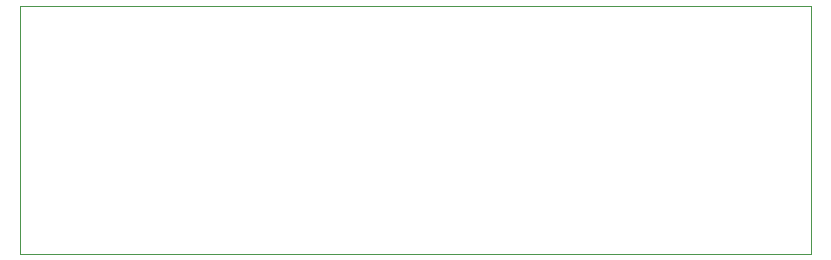
<source format=gbr>
%FSLAX34Y34*%
%MOMM*%
%LNOUTLINE*%
G71*
G01*
%ADD10C,0.002*%
%LPD*%
G54D10*
X0Y1000000D02*
X670000Y1000000D01*
X670000Y790000D01*
X0Y790000D01*
X0Y1000000D01*
M02*

</source>
